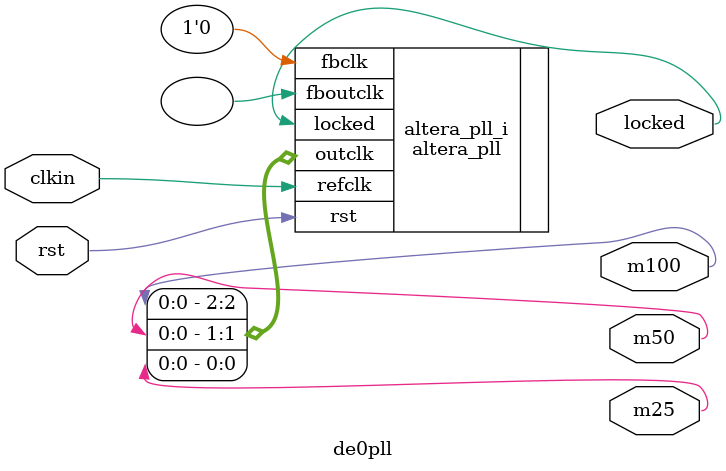
<source format=v>
module de0pll(
    input wire clkin,
    input wire rst,
    output wire m25,
    output wire m50,
    output wire m100,
    output wire locked
);
altera_pll #(
    .fractional_vco_multiplier("false"),
    .reference_clock_frequency("50.0 MHz"),
    .operation_mode("normal"),
    .number_of_clocks(4),
    .output_clock_frequency0("25.0 MHz"),
    .phase_shift0("0 ps"),
    .duty_cycle0(50),
    .output_clock_frequency1("50.0 MHz"),
    .phase_shift1("0 ps"),
    .duty_cycle1(50),
    .output_clock_frequency2("100.0 MHz"),
    .phase_shift2("0 ps"),
    .duty_cycle2(50),
    .output_clock_frequency3("0 MHz"),
    .phase_shift3("0 ps"),
    .duty_cycle3(50),
    .output_clock_frequency4("0 MHz"),
    .phase_shift4("0 ps"),
    .duty_cycle4(50),
    .output_clock_frequency5("0 MHz"),
    .phase_shift5("0 ps"),
    .duty_cycle5(50),
    .output_clock_frequency6("0 MHz"),
    .phase_shift6("0 ps"),
    .duty_cycle6(50),
    .output_clock_frequency7("0 MHz"),
    .phase_shift7("0 ps"),
    .duty_cycle7(50),
    .output_clock_frequency8("0 MHz"),
    .phase_shift8("0 ps"),
    .duty_cycle8(50),
    .output_clock_frequency9("0 MHz"),
    .phase_shift9("0 ps"),
    .duty_cycle9(50),
    .output_clock_frequency10("0 MHz"),
    .phase_shift10("0 ps"),
    .duty_cycle10(50),
    .output_clock_frequency11("0 MHz"),
    .phase_shift11("0 ps"),
    .duty_cycle11(50),
    .output_clock_frequency12("0 MHz"),
    .phase_shift12("0 ps"),
    .duty_cycle12(50),
    .output_clock_frequency13("0 MHz"),
    .phase_shift13("0 ps"),
    .duty_cycle13(50),
    .output_clock_frequency14("0 MHz"),
    .phase_shift14("0 ps"),
    .duty_cycle14(50),
    .output_clock_frequency15("0 MHz"),
    .phase_shift15("0 ps"),
    .duty_cycle15(50),
    .output_clock_frequency16("0 MHz"),
    .phase_shift16("0 ps"),
    .duty_cycle16(50),
    .output_clock_frequency17("0 MHz"),
    .phase_shift17("0 ps"),
    .duty_cycle17(50),
    .pll_type("General"),
    .pll_subtype("General")
)
altera_pll_i(
    .rst (rst),
    .outclk ({m100,m50,m25}),
    .locked (locked),
    .fboutclk (),
    .fbclk (1'b0),
    .refclk (clkin)
);
endmodule

</source>
